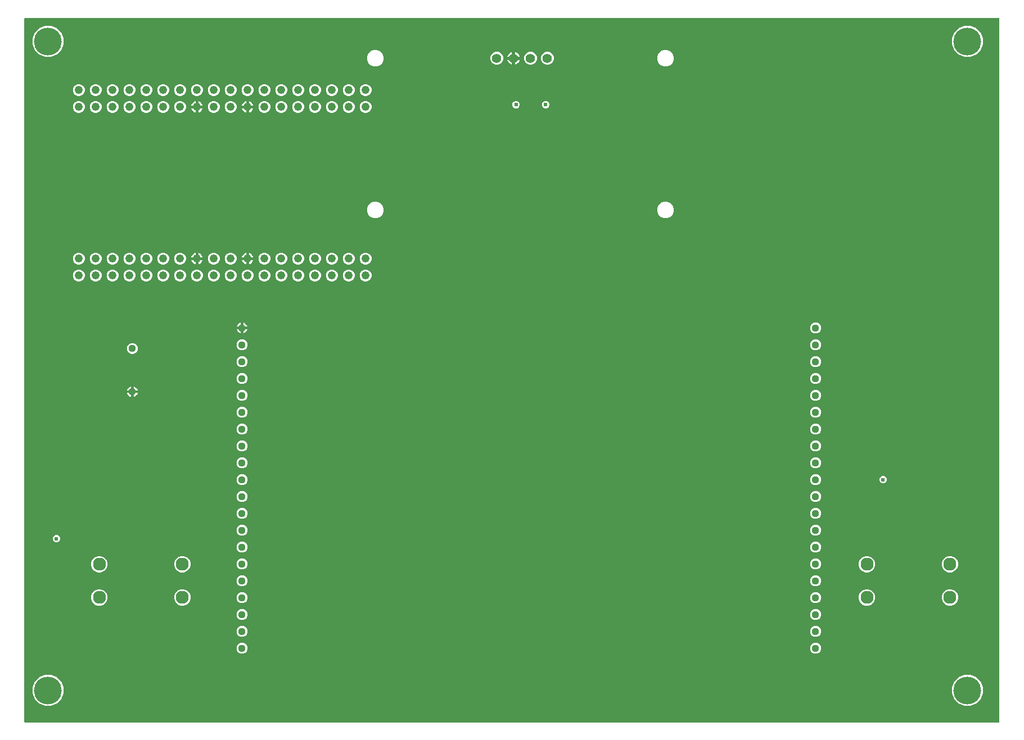
<source format=gbr>
G04 EAGLE Gerber RS-274X export*
G75*
%MOMM*%
%FSLAX34Y34*%
%LPD*%
%INCopper Layer 2*%
%IPPOS*%
%AMOC8*
5,1,8,0,0,1.08239X$1,22.5*%
G01*
%ADD10C,1.422400*%
%ADD11C,1.120000*%
%ADD12C,4.191000*%
%ADD13C,1.244600*%
%ADD14C,1.960000*%
%ADD15C,0.609600*%

G36*
X1469508Y2556D02*
X1469508Y2556D01*
X1469627Y2563D01*
X1469665Y2576D01*
X1469706Y2581D01*
X1469816Y2624D01*
X1469929Y2661D01*
X1469964Y2683D01*
X1470001Y2698D01*
X1470097Y2767D01*
X1470198Y2831D01*
X1470226Y2861D01*
X1470259Y2884D01*
X1470335Y2976D01*
X1470416Y3063D01*
X1470436Y3098D01*
X1470461Y3129D01*
X1470512Y3237D01*
X1470570Y3341D01*
X1470580Y3381D01*
X1470597Y3417D01*
X1470619Y3534D01*
X1470649Y3649D01*
X1470653Y3709D01*
X1470657Y3729D01*
X1470655Y3750D01*
X1470659Y3810D01*
X1470659Y1062990D01*
X1470644Y1063108D01*
X1470637Y1063227D01*
X1470624Y1063265D01*
X1470619Y1063306D01*
X1470576Y1063416D01*
X1470539Y1063529D01*
X1470517Y1063564D01*
X1470502Y1063601D01*
X1470433Y1063697D01*
X1470369Y1063798D01*
X1470339Y1063826D01*
X1470316Y1063859D01*
X1470224Y1063935D01*
X1470137Y1064016D01*
X1470102Y1064036D01*
X1470071Y1064061D01*
X1469963Y1064112D01*
X1469859Y1064170D01*
X1469819Y1064180D01*
X1469783Y1064197D01*
X1469666Y1064219D01*
X1469551Y1064249D01*
X1469491Y1064253D01*
X1469471Y1064257D01*
X1469450Y1064255D01*
X1469390Y1064259D01*
X3810Y1064259D01*
X3692Y1064244D01*
X3573Y1064237D01*
X3535Y1064224D01*
X3494Y1064219D01*
X3384Y1064176D01*
X3271Y1064139D01*
X3236Y1064117D01*
X3199Y1064102D01*
X3103Y1064033D01*
X3002Y1063969D01*
X2974Y1063939D01*
X2941Y1063916D01*
X2865Y1063824D01*
X2784Y1063737D01*
X2764Y1063702D01*
X2739Y1063671D01*
X2688Y1063563D01*
X2630Y1063459D01*
X2620Y1063419D01*
X2603Y1063383D01*
X2581Y1063266D01*
X2551Y1063151D01*
X2547Y1063091D01*
X2543Y1063071D01*
X2545Y1063050D01*
X2541Y1062990D01*
X2541Y3810D01*
X2556Y3692D01*
X2563Y3573D01*
X2576Y3535D01*
X2581Y3494D01*
X2624Y3384D01*
X2661Y3271D01*
X2683Y3236D01*
X2698Y3199D01*
X2767Y3103D01*
X2831Y3002D01*
X2861Y2974D01*
X2884Y2941D01*
X2976Y2865D01*
X3063Y2784D01*
X3098Y2764D01*
X3129Y2739D01*
X3237Y2688D01*
X3341Y2630D01*
X3381Y2620D01*
X3417Y2603D01*
X3534Y2581D01*
X3649Y2551D01*
X3709Y2547D01*
X3729Y2543D01*
X3750Y2545D01*
X3810Y2541D01*
X1469390Y2541D01*
X1469508Y2556D01*
G37*
%LPC*%
G36*
X1417726Y1005204D02*
X1417726Y1005204D01*
X1409091Y1008781D01*
X1402481Y1015391D01*
X1398904Y1024026D01*
X1398904Y1033374D01*
X1402481Y1042009D01*
X1409091Y1048619D01*
X1417726Y1052196D01*
X1427074Y1052196D01*
X1435709Y1048619D01*
X1442319Y1042009D01*
X1445896Y1033374D01*
X1445896Y1024026D01*
X1442319Y1015391D01*
X1435709Y1008781D01*
X1427074Y1005204D01*
X1417726Y1005204D01*
G37*
%LPD*%
%LPC*%
G36*
X33426Y1005204D02*
X33426Y1005204D01*
X24791Y1008781D01*
X18181Y1015391D01*
X14604Y1024026D01*
X14604Y1033374D01*
X18181Y1042009D01*
X24791Y1048619D01*
X33426Y1052196D01*
X42774Y1052196D01*
X51409Y1048619D01*
X58019Y1042009D01*
X61596Y1033374D01*
X61596Y1024026D01*
X58019Y1015391D01*
X51409Y1008781D01*
X42774Y1005204D01*
X33426Y1005204D01*
G37*
%LPD*%
%LPC*%
G36*
X33426Y27304D02*
X33426Y27304D01*
X24791Y30881D01*
X18181Y37491D01*
X14604Y46126D01*
X14604Y55474D01*
X18181Y64109D01*
X24791Y70719D01*
X33426Y74296D01*
X42774Y74296D01*
X51409Y70719D01*
X58019Y64109D01*
X61596Y55474D01*
X61596Y46126D01*
X58019Y37491D01*
X51409Y30881D01*
X42774Y27304D01*
X33426Y27304D01*
G37*
%LPD*%
%LPC*%
G36*
X1417726Y27304D02*
X1417726Y27304D01*
X1409091Y30881D01*
X1402481Y37491D01*
X1398904Y46126D01*
X1398904Y55474D01*
X1402481Y64109D01*
X1409091Y70719D01*
X1417726Y74296D01*
X1427074Y74296D01*
X1435709Y70719D01*
X1442319Y64109D01*
X1445896Y55474D01*
X1445896Y46126D01*
X1442319Y37491D01*
X1435709Y30881D01*
X1427074Y27304D01*
X1417726Y27304D01*
G37*
%LPD*%
%LPC*%
G36*
X965245Y990759D02*
X965245Y990759D01*
X960636Y992668D01*
X957108Y996196D01*
X955199Y1000805D01*
X955199Y1005795D01*
X957108Y1010404D01*
X960636Y1013932D01*
X965245Y1015841D01*
X970235Y1015841D01*
X974844Y1013932D01*
X978372Y1010404D01*
X980281Y1005795D01*
X980281Y1000805D01*
X978372Y996196D01*
X974844Y992668D01*
X970235Y990759D01*
X965245Y990759D01*
G37*
%LPD*%
%LPC*%
G36*
X528365Y990759D02*
X528365Y990759D01*
X523756Y992668D01*
X520228Y996196D01*
X518319Y1000805D01*
X518319Y1005795D01*
X520228Y1010404D01*
X523756Y1013932D01*
X528365Y1015841D01*
X533355Y1015841D01*
X537964Y1013932D01*
X541492Y1010404D01*
X543401Y1005795D01*
X543401Y1000805D01*
X541492Y996196D01*
X537964Y992668D01*
X533355Y990759D01*
X528365Y990759D01*
G37*
%LPD*%
%LPC*%
G36*
X965245Y762159D02*
X965245Y762159D01*
X960636Y764068D01*
X957108Y767596D01*
X955199Y772205D01*
X955199Y777195D01*
X957108Y781804D01*
X960636Y785332D01*
X965245Y787241D01*
X970235Y787241D01*
X974844Y785332D01*
X978372Y781804D01*
X980281Y777195D01*
X980281Y772205D01*
X978372Y767596D01*
X974844Y764068D01*
X970235Y762159D01*
X965245Y762159D01*
G37*
%LPD*%
%LPC*%
G36*
X528365Y762159D02*
X528365Y762159D01*
X523756Y764068D01*
X520228Y767596D01*
X518319Y772205D01*
X518319Y777195D01*
X520228Y781804D01*
X523756Y785332D01*
X528365Y787241D01*
X533355Y787241D01*
X537964Y785332D01*
X541492Y781804D01*
X543401Y777195D01*
X543401Y772205D01*
X541492Y767596D01*
X537964Y764068D01*
X533355Y762159D01*
X528365Y762159D01*
G37*
%LPD*%
%LPC*%
G36*
X237845Y228559D02*
X237845Y228559D01*
X233310Y230438D01*
X229838Y233910D01*
X227959Y238445D01*
X227959Y243355D01*
X229838Y247890D01*
X233310Y251362D01*
X237845Y253241D01*
X242755Y253241D01*
X247290Y251362D01*
X250762Y247890D01*
X252641Y243355D01*
X252641Y238445D01*
X250762Y233910D01*
X247290Y230438D01*
X242755Y228559D01*
X237845Y228559D01*
G37*
%LPD*%
%LPC*%
G36*
X112845Y178559D02*
X112845Y178559D01*
X108310Y180438D01*
X104838Y183910D01*
X102959Y188445D01*
X102959Y193355D01*
X104838Y197890D01*
X108310Y201362D01*
X112845Y203241D01*
X117755Y203241D01*
X122290Y201362D01*
X125762Y197890D01*
X127641Y193355D01*
X127641Y188445D01*
X125762Y183910D01*
X122290Y180438D01*
X117755Y178559D01*
X112845Y178559D01*
G37*
%LPD*%
%LPC*%
G36*
X237845Y178559D02*
X237845Y178559D01*
X233310Y180438D01*
X229838Y183910D01*
X227959Y188445D01*
X227959Y193355D01*
X229838Y197890D01*
X233310Y201362D01*
X237845Y203241D01*
X242755Y203241D01*
X247290Y201362D01*
X250762Y197890D01*
X252641Y193355D01*
X252641Y188445D01*
X250762Y183910D01*
X247290Y180438D01*
X242755Y178559D01*
X237845Y178559D01*
G37*
%LPD*%
%LPC*%
G36*
X1268545Y178559D02*
X1268545Y178559D01*
X1264010Y180438D01*
X1260538Y183910D01*
X1258659Y188445D01*
X1258659Y193355D01*
X1260538Y197890D01*
X1264010Y201362D01*
X1268545Y203241D01*
X1273455Y203241D01*
X1277990Y201362D01*
X1281462Y197890D01*
X1283341Y193355D01*
X1283341Y188445D01*
X1281462Y183910D01*
X1277990Y180438D01*
X1273455Y178559D01*
X1268545Y178559D01*
G37*
%LPD*%
%LPC*%
G36*
X1393545Y178559D02*
X1393545Y178559D01*
X1389010Y180438D01*
X1385538Y183910D01*
X1383659Y188445D01*
X1383659Y193355D01*
X1385538Y197890D01*
X1389010Y201362D01*
X1393545Y203241D01*
X1398455Y203241D01*
X1402990Y201362D01*
X1406462Y197890D01*
X1408341Y193355D01*
X1408341Y188445D01*
X1406462Y183910D01*
X1402990Y180438D01*
X1398455Y178559D01*
X1393545Y178559D01*
G37*
%LPD*%
%LPC*%
G36*
X112845Y228559D02*
X112845Y228559D01*
X108310Y230438D01*
X104838Y233910D01*
X102959Y238445D01*
X102959Y243355D01*
X104838Y247890D01*
X108310Y251362D01*
X112845Y253241D01*
X117755Y253241D01*
X122290Y251362D01*
X125762Y247890D01*
X127641Y243355D01*
X127641Y238445D01*
X125762Y233910D01*
X122290Y230438D01*
X117755Y228559D01*
X112845Y228559D01*
G37*
%LPD*%
%LPC*%
G36*
X1393545Y228559D02*
X1393545Y228559D01*
X1389010Y230438D01*
X1385538Y233910D01*
X1383659Y238445D01*
X1383659Y243355D01*
X1385538Y247890D01*
X1389010Y251362D01*
X1393545Y253241D01*
X1398455Y253241D01*
X1402990Y251362D01*
X1406462Y247890D01*
X1408341Y243355D01*
X1408341Y238445D01*
X1406462Y233910D01*
X1402990Y230438D01*
X1398455Y228559D01*
X1393545Y228559D01*
G37*
%LPD*%
%LPC*%
G36*
X1268545Y228559D02*
X1268545Y228559D01*
X1264010Y230438D01*
X1260538Y233910D01*
X1258659Y238445D01*
X1258659Y243355D01*
X1260538Y247890D01*
X1264010Y251362D01*
X1268545Y253241D01*
X1273455Y253241D01*
X1277990Y251362D01*
X1281462Y247890D01*
X1283341Y243355D01*
X1283341Y238445D01*
X1281462Y233910D01*
X1277990Y230438D01*
X1273455Y228559D01*
X1268545Y228559D01*
G37*
%LPD*%
%LPC*%
G36*
X788020Y993647D02*
X788020Y993647D01*
X784472Y995117D01*
X781757Y997832D01*
X780287Y1001380D01*
X780287Y1005220D01*
X781757Y1008768D01*
X784472Y1011483D01*
X788020Y1012953D01*
X791860Y1012953D01*
X795408Y1011483D01*
X798123Y1008768D01*
X799593Y1005220D01*
X799593Y1001380D01*
X798123Y997832D01*
X795408Y995117D01*
X791860Y993647D01*
X788020Y993647D01*
G37*
%LPD*%
%LPC*%
G36*
X762620Y993647D02*
X762620Y993647D01*
X759072Y995117D01*
X756357Y997832D01*
X754887Y1001380D01*
X754887Y1005220D01*
X756357Y1008768D01*
X759072Y1011483D01*
X762620Y1012953D01*
X766460Y1012953D01*
X770008Y1011483D01*
X772723Y1008768D01*
X774193Y1005220D01*
X774193Y1001380D01*
X772723Y997832D01*
X770008Y995117D01*
X766460Y993647D01*
X762620Y993647D01*
G37*
%LPD*%
%LPC*%
G36*
X711820Y993647D02*
X711820Y993647D01*
X708272Y995117D01*
X705557Y997832D01*
X704087Y1001380D01*
X704087Y1005220D01*
X705557Y1008768D01*
X708272Y1011483D01*
X711820Y1012953D01*
X715660Y1012953D01*
X719208Y1011483D01*
X721923Y1008768D01*
X723393Y1005220D01*
X723393Y1001380D01*
X721923Y997832D01*
X719208Y995117D01*
X715660Y993647D01*
X711820Y993647D01*
G37*
%LPD*%
%LPC*%
G36*
X387557Y667136D02*
X387557Y667136D01*
X384336Y668470D01*
X381870Y670936D01*
X380536Y674157D01*
X380536Y677643D01*
X381870Y680864D01*
X384336Y683330D01*
X387557Y684664D01*
X391043Y684664D01*
X394264Y683330D01*
X396730Y680864D01*
X398064Y677643D01*
X398064Y674157D01*
X396730Y670936D01*
X394264Y668470D01*
X391043Y667136D01*
X387557Y667136D01*
G37*
%LPD*%
%LPC*%
G36*
X362157Y667136D02*
X362157Y667136D01*
X358936Y668470D01*
X356470Y670936D01*
X355136Y674157D01*
X355136Y677643D01*
X356470Y680864D01*
X358936Y683330D01*
X362157Y684664D01*
X365643Y684664D01*
X368864Y683330D01*
X371330Y680864D01*
X372664Y677643D01*
X372664Y674157D01*
X371330Y670936D01*
X368864Y668470D01*
X365643Y667136D01*
X362157Y667136D01*
G37*
%LPD*%
%LPC*%
G36*
X108157Y667136D02*
X108157Y667136D01*
X104936Y668470D01*
X102470Y670936D01*
X101136Y674157D01*
X101136Y677643D01*
X102470Y680864D01*
X104936Y683330D01*
X108157Y684664D01*
X111643Y684664D01*
X114864Y683330D01*
X117330Y680864D01*
X118664Y677643D01*
X118664Y674157D01*
X117330Y670936D01*
X114864Y668470D01*
X111643Y667136D01*
X108157Y667136D01*
G37*
%LPD*%
%LPC*%
G36*
X82757Y667136D02*
X82757Y667136D01*
X79536Y668470D01*
X77070Y670936D01*
X75736Y674157D01*
X75736Y677643D01*
X77070Y680864D01*
X79536Y683330D01*
X82757Y684664D01*
X86243Y684664D01*
X89464Y683330D01*
X91930Y680864D01*
X93264Y677643D01*
X93264Y674157D01*
X91930Y670936D01*
X89464Y668470D01*
X86243Y667136D01*
X82757Y667136D01*
G37*
%LPD*%
%LPC*%
G36*
X285957Y667136D02*
X285957Y667136D01*
X282736Y668470D01*
X280270Y670936D01*
X278936Y674157D01*
X278936Y677643D01*
X280270Y680864D01*
X282736Y683330D01*
X285957Y684664D01*
X289443Y684664D01*
X292664Y683330D01*
X295130Y680864D01*
X296464Y677643D01*
X296464Y674157D01*
X295130Y670936D01*
X292664Y668470D01*
X289443Y667136D01*
X285957Y667136D01*
G37*
%LPD*%
%LPC*%
G36*
X108157Y946536D02*
X108157Y946536D01*
X104936Y947870D01*
X102470Y950336D01*
X101136Y953557D01*
X101136Y957043D01*
X102470Y960264D01*
X104936Y962730D01*
X108157Y964064D01*
X111643Y964064D01*
X114864Y962730D01*
X117330Y960264D01*
X118664Y957043D01*
X118664Y953557D01*
X117330Y950336D01*
X114864Y947870D01*
X111643Y946536D01*
X108157Y946536D01*
G37*
%LPD*%
%LPC*%
G36*
X82757Y946536D02*
X82757Y946536D01*
X79536Y947870D01*
X77070Y950336D01*
X75736Y953557D01*
X75736Y957043D01*
X77070Y960264D01*
X79536Y962730D01*
X82757Y964064D01*
X86243Y964064D01*
X89464Y962730D01*
X91930Y960264D01*
X93264Y957043D01*
X93264Y953557D01*
X91930Y950336D01*
X89464Y947870D01*
X86243Y946536D01*
X82757Y946536D01*
G37*
%LPD*%
%LPC*%
G36*
X514557Y946536D02*
X514557Y946536D01*
X511336Y947870D01*
X508870Y950336D01*
X507536Y953557D01*
X507536Y957043D01*
X508870Y960264D01*
X511336Y962730D01*
X514557Y964064D01*
X518043Y964064D01*
X521264Y962730D01*
X523730Y960264D01*
X525064Y957043D01*
X525064Y953557D01*
X523730Y950336D01*
X521264Y947870D01*
X518043Y946536D01*
X514557Y946536D01*
G37*
%LPD*%
%LPC*%
G36*
X489157Y946536D02*
X489157Y946536D01*
X485936Y947870D01*
X483470Y950336D01*
X482136Y953557D01*
X482136Y957043D01*
X483470Y960264D01*
X485936Y962730D01*
X489157Y964064D01*
X492643Y964064D01*
X495864Y962730D01*
X498330Y960264D01*
X499664Y957043D01*
X499664Y953557D01*
X498330Y950336D01*
X495864Y947870D01*
X492643Y946536D01*
X489157Y946536D01*
G37*
%LPD*%
%LPC*%
G36*
X463757Y946536D02*
X463757Y946536D01*
X460536Y947870D01*
X458070Y950336D01*
X456736Y953557D01*
X456736Y957043D01*
X458070Y960264D01*
X460536Y962730D01*
X463757Y964064D01*
X467243Y964064D01*
X470464Y962730D01*
X472930Y960264D01*
X474264Y957043D01*
X474264Y953557D01*
X472930Y950336D01*
X470464Y947870D01*
X467243Y946536D01*
X463757Y946536D01*
G37*
%LPD*%
%LPC*%
G36*
X438357Y946536D02*
X438357Y946536D01*
X435136Y947870D01*
X432670Y950336D01*
X431336Y953557D01*
X431336Y957043D01*
X432670Y960264D01*
X435136Y962730D01*
X438357Y964064D01*
X441843Y964064D01*
X445064Y962730D01*
X447530Y960264D01*
X448864Y957043D01*
X448864Y953557D01*
X447530Y950336D01*
X445064Y947870D01*
X441843Y946536D01*
X438357Y946536D01*
G37*
%LPD*%
%LPC*%
G36*
X412957Y946536D02*
X412957Y946536D01*
X409736Y947870D01*
X407270Y950336D01*
X405936Y953557D01*
X405936Y957043D01*
X407270Y960264D01*
X409736Y962730D01*
X412957Y964064D01*
X416443Y964064D01*
X419664Y962730D01*
X422130Y960264D01*
X423464Y957043D01*
X423464Y953557D01*
X422130Y950336D01*
X419664Y947870D01*
X416443Y946536D01*
X412957Y946536D01*
G37*
%LPD*%
%LPC*%
G36*
X362157Y946536D02*
X362157Y946536D01*
X358936Y947870D01*
X356470Y950336D01*
X355136Y953557D01*
X355136Y957043D01*
X356470Y960264D01*
X358936Y962730D01*
X362157Y964064D01*
X365643Y964064D01*
X368864Y962730D01*
X371330Y960264D01*
X372664Y957043D01*
X372664Y953557D01*
X371330Y950336D01*
X368864Y947870D01*
X365643Y946536D01*
X362157Y946536D01*
G37*
%LPD*%
%LPC*%
G36*
X336757Y946536D02*
X336757Y946536D01*
X333536Y947870D01*
X331070Y950336D01*
X329736Y953557D01*
X329736Y957043D01*
X331070Y960264D01*
X333536Y962730D01*
X336757Y964064D01*
X340243Y964064D01*
X343464Y962730D01*
X345930Y960264D01*
X347264Y957043D01*
X347264Y953557D01*
X345930Y950336D01*
X343464Y947870D01*
X340243Y946536D01*
X336757Y946536D01*
G37*
%LPD*%
%LPC*%
G36*
X311357Y946536D02*
X311357Y946536D01*
X308136Y947870D01*
X305670Y950336D01*
X304336Y953557D01*
X304336Y957043D01*
X305670Y960264D01*
X308136Y962730D01*
X311357Y964064D01*
X314843Y964064D01*
X318064Y962730D01*
X320530Y960264D01*
X321864Y957043D01*
X321864Y953557D01*
X320530Y950336D01*
X318064Y947870D01*
X314843Y946536D01*
X311357Y946536D01*
G37*
%LPD*%
%LPC*%
G36*
X285957Y946536D02*
X285957Y946536D01*
X282736Y947870D01*
X280270Y950336D01*
X278936Y953557D01*
X278936Y957043D01*
X280270Y960264D01*
X282736Y962730D01*
X285957Y964064D01*
X289443Y964064D01*
X292664Y962730D01*
X295130Y960264D01*
X296464Y957043D01*
X296464Y953557D01*
X295130Y950336D01*
X292664Y947870D01*
X289443Y946536D01*
X285957Y946536D01*
G37*
%LPD*%
%LPC*%
G36*
X260557Y946536D02*
X260557Y946536D01*
X257336Y947870D01*
X254870Y950336D01*
X253536Y953557D01*
X253536Y957043D01*
X254870Y960264D01*
X257336Y962730D01*
X260557Y964064D01*
X264043Y964064D01*
X267264Y962730D01*
X269730Y960264D01*
X271064Y957043D01*
X271064Y953557D01*
X269730Y950336D01*
X267264Y947870D01*
X264043Y946536D01*
X260557Y946536D01*
G37*
%LPD*%
%LPC*%
G36*
X235157Y946536D02*
X235157Y946536D01*
X231936Y947870D01*
X229470Y950336D01*
X228136Y953557D01*
X228136Y957043D01*
X229470Y960264D01*
X231936Y962730D01*
X235157Y964064D01*
X238643Y964064D01*
X241864Y962730D01*
X244330Y960264D01*
X245664Y957043D01*
X245664Y953557D01*
X244330Y950336D01*
X241864Y947870D01*
X238643Y946536D01*
X235157Y946536D01*
G37*
%LPD*%
%LPC*%
G36*
X209757Y946536D02*
X209757Y946536D01*
X206536Y947870D01*
X204070Y950336D01*
X202736Y953557D01*
X202736Y957043D01*
X204070Y960264D01*
X206536Y962730D01*
X209757Y964064D01*
X213243Y964064D01*
X216464Y962730D01*
X218930Y960264D01*
X220264Y957043D01*
X220264Y953557D01*
X218930Y950336D01*
X216464Y947870D01*
X213243Y946536D01*
X209757Y946536D01*
G37*
%LPD*%
%LPC*%
G36*
X184357Y946536D02*
X184357Y946536D01*
X181136Y947870D01*
X178670Y950336D01*
X177336Y953557D01*
X177336Y957043D01*
X178670Y960264D01*
X181136Y962730D01*
X184357Y964064D01*
X187843Y964064D01*
X191064Y962730D01*
X193530Y960264D01*
X194864Y957043D01*
X194864Y953557D01*
X193530Y950336D01*
X191064Y947870D01*
X187843Y946536D01*
X184357Y946536D01*
G37*
%LPD*%
%LPC*%
G36*
X158957Y946536D02*
X158957Y946536D01*
X155736Y947870D01*
X153270Y950336D01*
X151936Y953557D01*
X151936Y957043D01*
X153270Y960264D01*
X155736Y962730D01*
X158957Y964064D01*
X162443Y964064D01*
X165664Y962730D01*
X168130Y960264D01*
X169464Y957043D01*
X169464Y953557D01*
X168130Y950336D01*
X165664Y947870D01*
X162443Y946536D01*
X158957Y946536D01*
G37*
%LPD*%
%LPC*%
G36*
X133557Y946536D02*
X133557Y946536D01*
X130336Y947870D01*
X127870Y950336D01*
X126536Y953557D01*
X126536Y957043D01*
X127870Y960264D01*
X130336Y962730D01*
X133557Y964064D01*
X137043Y964064D01*
X140264Y962730D01*
X142730Y960264D01*
X144064Y957043D01*
X144064Y953557D01*
X142730Y950336D01*
X140264Y947870D01*
X137043Y946536D01*
X133557Y946536D01*
G37*
%LPD*%
%LPC*%
G36*
X260557Y667136D02*
X260557Y667136D01*
X257336Y668470D01*
X254870Y670936D01*
X253536Y674157D01*
X253536Y677643D01*
X254870Y680864D01*
X257336Y683330D01*
X260557Y684664D01*
X264043Y684664D01*
X267264Y683330D01*
X269730Y680864D01*
X271064Y677643D01*
X271064Y674157D01*
X269730Y670936D01*
X267264Y668470D01*
X264043Y667136D01*
X260557Y667136D01*
G37*
%LPD*%
%LPC*%
G36*
X235157Y667136D02*
X235157Y667136D01*
X231936Y668470D01*
X229470Y670936D01*
X228136Y674157D01*
X228136Y677643D01*
X229470Y680864D01*
X231936Y683330D01*
X235157Y684664D01*
X238643Y684664D01*
X241864Y683330D01*
X244330Y680864D01*
X245664Y677643D01*
X245664Y674157D01*
X244330Y670936D01*
X241864Y668470D01*
X238643Y667136D01*
X235157Y667136D01*
G37*
%LPD*%
%LPC*%
G36*
X108157Y921136D02*
X108157Y921136D01*
X104936Y922470D01*
X102470Y924936D01*
X101136Y928157D01*
X101136Y931643D01*
X102470Y934864D01*
X104936Y937330D01*
X108157Y938664D01*
X111643Y938664D01*
X114864Y937330D01*
X117330Y934864D01*
X118664Y931643D01*
X118664Y928157D01*
X117330Y924936D01*
X114864Y922470D01*
X111643Y921136D01*
X108157Y921136D01*
G37*
%LPD*%
%LPC*%
G36*
X82757Y921136D02*
X82757Y921136D01*
X79536Y922470D01*
X77070Y924936D01*
X75736Y928157D01*
X75736Y931643D01*
X77070Y934864D01*
X79536Y937330D01*
X82757Y938664D01*
X86243Y938664D01*
X89464Y937330D01*
X91930Y934864D01*
X93264Y931643D01*
X93264Y928157D01*
X91930Y924936D01*
X89464Y922470D01*
X86243Y921136D01*
X82757Y921136D01*
G37*
%LPD*%
%LPC*%
G36*
X514557Y921136D02*
X514557Y921136D01*
X511336Y922470D01*
X508870Y924936D01*
X507536Y928157D01*
X507536Y931643D01*
X508870Y934864D01*
X511336Y937330D01*
X514557Y938664D01*
X518043Y938664D01*
X521264Y937330D01*
X523730Y934864D01*
X525064Y931643D01*
X525064Y928157D01*
X523730Y924936D01*
X521264Y922470D01*
X518043Y921136D01*
X514557Y921136D01*
G37*
%LPD*%
%LPC*%
G36*
X489157Y921136D02*
X489157Y921136D01*
X485936Y922470D01*
X483470Y924936D01*
X482136Y928157D01*
X482136Y931643D01*
X483470Y934864D01*
X485936Y937330D01*
X489157Y938664D01*
X492643Y938664D01*
X495864Y937330D01*
X498330Y934864D01*
X499664Y931643D01*
X499664Y928157D01*
X498330Y924936D01*
X495864Y922470D01*
X492643Y921136D01*
X489157Y921136D01*
G37*
%LPD*%
%LPC*%
G36*
X463757Y921136D02*
X463757Y921136D01*
X460536Y922470D01*
X458070Y924936D01*
X456736Y928157D01*
X456736Y931643D01*
X458070Y934864D01*
X460536Y937330D01*
X463757Y938664D01*
X467243Y938664D01*
X470464Y937330D01*
X472930Y934864D01*
X474264Y931643D01*
X474264Y928157D01*
X472930Y924936D01*
X470464Y922470D01*
X467243Y921136D01*
X463757Y921136D01*
G37*
%LPD*%
%LPC*%
G36*
X438357Y921136D02*
X438357Y921136D01*
X435136Y922470D01*
X432670Y924936D01*
X431336Y928157D01*
X431336Y931643D01*
X432670Y934864D01*
X435136Y937330D01*
X438357Y938664D01*
X441843Y938664D01*
X445064Y937330D01*
X447530Y934864D01*
X448864Y931643D01*
X448864Y928157D01*
X447530Y924936D01*
X445064Y922470D01*
X441843Y921136D01*
X438357Y921136D01*
G37*
%LPD*%
%LPC*%
G36*
X412957Y921136D02*
X412957Y921136D01*
X409736Y922470D01*
X407270Y924936D01*
X405936Y928157D01*
X405936Y931643D01*
X407270Y934864D01*
X409736Y937330D01*
X412957Y938664D01*
X416443Y938664D01*
X419664Y937330D01*
X422130Y934864D01*
X423464Y931643D01*
X423464Y928157D01*
X422130Y924936D01*
X419664Y922470D01*
X416443Y921136D01*
X412957Y921136D01*
G37*
%LPD*%
%LPC*%
G36*
X387557Y921136D02*
X387557Y921136D01*
X384336Y922470D01*
X381870Y924936D01*
X380536Y928157D01*
X380536Y931643D01*
X381870Y934864D01*
X384336Y937330D01*
X387557Y938664D01*
X391043Y938664D01*
X394264Y937330D01*
X396730Y934864D01*
X398064Y931643D01*
X398064Y928157D01*
X396730Y924936D01*
X394264Y922470D01*
X391043Y921136D01*
X387557Y921136D01*
G37*
%LPD*%
%LPC*%
G36*
X362157Y921136D02*
X362157Y921136D01*
X358936Y922470D01*
X356470Y924936D01*
X355136Y928157D01*
X355136Y931643D01*
X356470Y934864D01*
X358936Y937330D01*
X362157Y938664D01*
X365643Y938664D01*
X368864Y937330D01*
X371330Y934864D01*
X372664Y931643D01*
X372664Y928157D01*
X371330Y924936D01*
X368864Y922470D01*
X365643Y921136D01*
X362157Y921136D01*
G37*
%LPD*%
%LPC*%
G36*
X311357Y921136D02*
X311357Y921136D01*
X308136Y922470D01*
X305670Y924936D01*
X304336Y928157D01*
X304336Y931643D01*
X305670Y934864D01*
X308136Y937330D01*
X311357Y938664D01*
X314843Y938664D01*
X318064Y937330D01*
X320530Y934864D01*
X321864Y931643D01*
X321864Y928157D01*
X320530Y924936D01*
X318064Y922470D01*
X314843Y921136D01*
X311357Y921136D01*
G37*
%LPD*%
%LPC*%
G36*
X285957Y921136D02*
X285957Y921136D01*
X282736Y922470D01*
X280270Y924936D01*
X278936Y928157D01*
X278936Y931643D01*
X280270Y934864D01*
X282736Y937330D01*
X285957Y938664D01*
X289443Y938664D01*
X292664Y937330D01*
X295130Y934864D01*
X296464Y931643D01*
X296464Y928157D01*
X295130Y924936D01*
X292664Y922470D01*
X289443Y921136D01*
X285957Y921136D01*
G37*
%LPD*%
%LPC*%
G36*
X235157Y921136D02*
X235157Y921136D01*
X231936Y922470D01*
X229470Y924936D01*
X228136Y928157D01*
X228136Y931643D01*
X229470Y934864D01*
X231936Y937330D01*
X235157Y938664D01*
X238643Y938664D01*
X241864Y937330D01*
X244330Y934864D01*
X245664Y931643D01*
X245664Y928157D01*
X244330Y924936D01*
X241864Y922470D01*
X238643Y921136D01*
X235157Y921136D01*
G37*
%LPD*%
%LPC*%
G36*
X209757Y921136D02*
X209757Y921136D01*
X206536Y922470D01*
X204070Y924936D01*
X202736Y928157D01*
X202736Y931643D01*
X204070Y934864D01*
X206536Y937330D01*
X209757Y938664D01*
X213243Y938664D01*
X216464Y937330D01*
X218930Y934864D01*
X220264Y931643D01*
X220264Y928157D01*
X218930Y924936D01*
X216464Y922470D01*
X213243Y921136D01*
X209757Y921136D01*
G37*
%LPD*%
%LPC*%
G36*
X184357Y921136D02*
X184357Y921136D01*
X181136Y922470D01*
X178670Y924936D01*
X177336Y928157D01*
X177336Y931643D01*
X178670Y934864D01*
X181136Y937330D01*
X184357Y938664D01*
X187843Y938664D01*
X191064Y937330D01*
X193530Y934864D01*
X194864Y931643D01*
X194864Y928157D01*
X193530Y924936D01*
X191064Y922470D01*
X187843Y921136D01*
X184357Y921136D01*
G37*
%LPD*%
%LPC*%
G36*
X158957Y921136D02*
X158957Y921136D01*
X155736Y922470D01*
X153270Y924936D01*
X151936Y928157D01*
X151936Y931643D01*
X153270Y934864D01*
X155736Y937330D01*
X158957Y938664D01*
X162443Y938664D01*
X165664Y937330D01*
X168130Y934864D01*
X169464Y931643D01*
X169464Y928157D01*
X168130Y924936D01*
X165664Y922470D01*
X162443Y921136D01*
X158957Y921136D01*
G37*
%LPD*%
%LPC*%
G36*
X133557Y921136D02*
X133557Y921136D01*
X130336Y922470D01*
X127870Y924936D01*
X126536Y928157D01*
X126536Y931643D01*
X127870Y934864D01*
X130336Y937330D01*
X133557Y938664D01*
X137043Y938664D01*
X140264Y937330D01*
X142730Y934864D01*
X144064Y931643D01*
X144064Y928157D01*
X142730Y924936D01*
X140264Y922470D01*
X137043Y921136D01*
X133557Y921136D01*
G37*
%LPD*%
%LPC*%
G36*
X209757Y667136D02*
X209757Y667136D01*
X206536Y668470D01*
X204070Y670936D01*
X202736Y674157D01*
X202736Y677643D01*
X204070Y680864D01*
X206536Y683330D01*
X209757Y684664D01*
X213243Y684664D01*
X216464Y683330D01*
X218930Y680864D01*
X220264Y677643D01*
X220264Y674157D01*
X218930Y670936D01*
X216464Y668470D01*
X213243Y667136D01*
X209757Y667136D01*
G37*
%LPD*%
%LPC*%
G36*
X184357Y667136D02*
X184357Y667136D01*
X181136Y668470D01*
X178670Y670936D01*
X177336Y674157D01*
X177336Y677643D01*
X178670Y680864D01*
X181136Y683330D01*
X184357Y684664D01*
X187843Y684664D01*
X191064Y683330D01*
X193530Y680864D01*
X194864Y677643D01*
X194864Y674157D01*
X193530Y670936D01*
X191064Y668470D01*
X187843Y667136D01*
X184357Y667136D01*
G37*
%LPD*%
%LPC*%
G36*
X158957Y667136D02*
X158957Y667136D01*
X155736Y668470D01*
X153270Y670936D01*
X151936Y674157D01*
X151936Y677643D01*
X153270Y680864D01*
X155736Y683330D01*
X158957Y684664D01*
X162443Y684664D01*
X165664Y683330D01*
X168130Y680864D01*
X169464Y677643D01*
X169464Y674157D01*
X168130Y670936D01*
X165664Y668470D01*
X162443Y667136D01*
X158957Y667136D01*
G37*
%LPD*%
%LPC*%
G36*
X133557Y667136D02*
X133557Y667136D01*
X130336Y668470D01*
X127870Y670936D01*
X126536Y674157D01*
X126536Y677643D01*
X127870Y680864D01*
X130336Y683330D01*
X133557Y684664D01*
X137043Y684664D01*
X140264Y683330D01*
X142730Y680864D01*
X144064Y677643D01*
X144064Y674157D01*
X142730Y670936D01*
X140264Y668470D01*
X137043Y667136D01*
X133557Y667136D01*
G37*
%LPD*%
%LPC*%
G36*
X514557Y692536D02*
X514557Y692536D01*
X511336Y693870D01*
X508870Y696336D01*
X507536Y699557D01*
X507536Y703043D01*
X508870Y706264D01*
X511336Y708730D01*
X514557Y710064D01*
X518043Y710064D01*
X521264Y708730D01*
X523730Y706264D01*
X525064Y703043D01*
X525064Y699557D01*
X523730Y696336D01*
X521264Y693870D01*
X518043Y692536D01*
X514557Y692536D01*
G37*
%LPD*%
%LPC*%
G36*
X489157Y692536D02*
X489157Y692536D01*
X485936Y693870D01*
X483470Y696336D01*
X482136Y699557D01*
X482136Y703043D01*
X483470Y706264D01*
X485936Y708730D01*
X489157Y710064D01*
X492643Y710064D01*
X495864Y708730D01*
X498330Y706264D01*
X499664Y703043D01*
X499664Y699557D01*
X498330Y696336D01*
X495864Y693870D01*
X492643Y692536D01*
X489157Y692536D01*
G37*
%LPD*%
%LPC*%
G36*
X463757Y692536D02*
X463757Y692536D01*
X460536Y693870D01*
X458070Y696336D01*
X456736Y699557D01*
X456736Y703043D01*
X458070Y706264D01*
X460536Y708730D01*
X463757Y710064D01*
X467243Y710064D01*
X470464Y708730D01*
X472930Y706264D01*
X474264Y703043D01*
X474264Y699557D01*
X472930Y696336D01*
X470464Y693870D01*
X467243Y692536D01*
X463757Y692536D01*
G37*
%LPD*%
%LPC*%
G36*
X438357Y692536D02*
X438357Y692536D01*
X435136Y693870D01*
X432670Y696336D01*
X431336Y699557D01*
X431336Y703043D01*
X432670Y706264D01*
X435136Y708730D01*
X438357Y710064D01*
X441843Y710064D01*
X445064Y708730D01*
X447530Y706264D01*
X448864Y703043D01*
X448864Y699557D01*
X447530Y696336D01*
X445064Y693870D01*
X441843Y692536D01*
X438357Y692536D01*
G37*
%LPD*%
%LPC*%
G36*
X412957Y692536D02*
X412957Y692536D01*
X409736Y693870D01*
X407270Y696336D01*
X405936Y699557D01*
X405936Y703043D01*
X407270Y706264D01*
X409736Y708730D01*
X412957Y710064D01*
X416443Y710064D01*
X419664Y708730D01*
X422130Y706264D01*
X423464Y703043D01*
X423464Y699557D01*
X422130Y696336D01*
X419664Y693870D01*
X416443Y692536D01*
X412957Y692536D01*
G37*
%LPD*%
%LPC*%
G36*
X387557Y692536D02*
X387557Y692536D01*
X384336Y693870D01*
X381870Y696336D01*
X380536Y699557D01*
X380536Y703043D01*
X381870Y706264D01*
X384336Y708730D01*
X387557Y710064D01*
X391043Y710064D01*
X394264Y708730D01*
X396730Y706264D01*
X398064Y703043D01*
X398064Y699557D01*
X396730Y696336D01*
X394264Y693870D01*
X391043Y692536D01*
X387557Y692536D01*
G37*
%LPD*%
%LPC*%
G36*
X362157Y692536D02*
X362157Y692536D01*
X358936Y693870D01*
X356470Y696336D01*
X355136Y699557D01*
X355136Y703043D01*
X356470Y706264D01*
X358936Y708730D01*
X362157Y710064D01*
X365643Y710064D01*
X368864Y708730D01*
X371330Y706264D01*
X372664Y703043D01*
X372664Y699557D01*
X371330Y696336D01*
X368864Y693870D01*
X365643Y692536D01*
X362157Y692536D01*
G37*
%LPD*%
%LPC*%
G36*
X311357Y692536D02*
X311357Y692536D01*
X308136Y693870D01*
X305670Y696336D01*
X304336Y699557D01*
X304336Y703043D01*
X305670Y706264D01*
X308136Y708730D01*
X311357Y710064D01*
X314843Y710064D01*
X318064Y708730D01*
X320530Y706264D01*
X321864Y703043D01*
X321864Y699557D01*
X320530Y696336D01*
X318064Y693870D01*
X314843Y692536D01*
X311357Y692536D01*
G37*
%LPD*%
%LPC*%
G36*
X285957Y692536D02*
X285957Y692536D01*
X282736Y693870D01*
X280270Y696336D01*
X278936Y699557D01*
X278936Y703043D01*
X280270Y706264D01*
X282736Y708730D01*
X285957Y710064D01*
X289443Y710064D01*
X292664Y708730D01*
X295130Y706264D01*
X296464Y703043D01*
X296464Y699557D01*
X295130Y696336D01*
X292664Y693870D01*
X289443Y692536D01*
X285957Y692536D01*
G37*
%LPD*%
%LPC*%
G36*
X235157Y692536D02*
X235157Y692536D01*
X231936Y693870D01*
X229470Y696336D01*
X228136Y699557D01*
X228136Y703043D01*
X229470Y706264D01*
X231936Y708730D01*
X235157Y710064D01*
X238643Y710064D01*
X241864Y708730D01*
X244330Y706264D01*
X245664Y703043D01*
X245664Y699557D01*
X244330Y696336D01*
X241864Y693870D01*
X238643Y692536D01*
X235157Y692536D01*
G37*
%LPD*%
%LPC*%
G36*
X209757Y692536D02*
X209757Y692536D01*
X206536Y693870D01*
X204070Y696336D01*
X202736Y699557D01*
X202736Y703043D01*
X204070Y706264D01*
X206536Y708730D01*
X209757Y710064D01*
X213243Y710064D01*
X216464Y708730D01*
X218930Y706264D01*
X220264Y703043D01*
X220264Y699557D01*
X218930Y696336D01*
X216464Y693870D01*
X213243Y692536D01*
X209757Y692536D01*
G37*
%LPD*%
%LPC*%
G36*
X184357Y692536D02*
X184357Y692536D01*
X181136Y693870D01*
X178670Y696336D01*
X177336Y699557D01*
X177336Y703043D01*
X178670Y706264D01*
X181136Y708730D01*
X184357Y710064D01*
X187843Y710064D01*
X191064Y708730D01*
X193530Y706264D01*
X194864Y703043D01*
X194864Y699557D01*
X193530Y696336D01*
X191064Y693870D01*
X187843Y692536D01*
X184357Y692536D01*
G37*
%LPD*%
%LPC*%
G36*
X158957Y692536D02*
X158957Y692536D01*
X155736Y693870D01*
X153270Y696336D01*
X151936Y699557D01*
X151936Y703043D01*
X153270Y706264D01*
X155736Y708730D01*
X158957Y710064D01*
X162443Y710064D01*
X165664Y708730D01*
X168130Y706264D01*
X169464Y703043D01*
X169464Y699557D01*
X168130Y696336D01*
X165664Y693870D01*
X162443Y692536D01*
X158957Y692536D01*
G37*
%LPD*%
%LPC*%
G36*
X133557Y692536D02*
X133557Y692536D01*
X130336Y693870D01*
X127870Y696336D01*
X126536Y699557D01*
X126536Y703043D01*
X127870Y706264D01*
X130336Y708730D01*
X133557Y710064D01*
X137043Y710064D01*
X140264Y708730D01*
X142730Y706264D01*
X144064Y703043D01*
X144064Y699557D01*
X142730Y696336D01*
X140264Y693870D01*
X137043Y692536D01*
X133557Y692536D01*
G37*
%LPD*%
%LPC*%
G36*
X108157Y692536D02*
X108157Y692536D01*
X104936Y693870D01*
X102470Y696336D01*
X101136Y699557D01*
X101136Y703043D01*
X102470Y706264D01*
X104936Y708730D01*
X108157Y710064D01*
X111643Y710064D01*
X114864Y708730D01*
X117330Y706264D01*
X118664Y703043D01*
X118664Y699557D01*
X117330Y696336D01*
X114864Y693870D01*
X111643Y692536D01*
X108157Y692536D01*
G37*
%LPD*%
%LPC*%
G36*
X82757Y692536D02*
X82757Y692536D01*
X79536Y693870D01*
X77070Y696336D01*
X75736Y699557D01*
X75736Y703043D01*
X77070Y706264D01*
X79536Y708730D01*
X82757Y710064D01*
X86243Y710064D01*
X89464Y708730D01*
X91930Y706264D01*
X93264Y703043D01*
X93264Y699557D01*
X91930Y696336D01*
X89464Y693870D01*
X86243Y692536D01*
X82757Y692536D01*
G37*
%LPD*%
%LPC*%
G36*
X387557Y946536D02*
X387557Y946536D01*
X384336Y947870D01*
X381870Y950336D01*
X380536Y953557D01*
X380536Y957043D01*
X381870Y960264D01*
X384336Y962730D01*
X387557Y964064D01*
X391043Y964064D01*
X394264Y962730D01*
X396730Y960264D01*
X398064Y957043D01*
X398064Y953557D01*
X396730Y950336D01*
X394264Y947870D01*
X391043Y946536D01*
X387557Y946536D01*
G37*
%LPD*%
%LPC*%
G36*
X336757Y667136D02*
X336757Y667136D01*
X333536Y668470D01*
X331070Y670936D01*
X329736Y674157D01*
X329736Y677643D01*
X331070Y680864D01*
X333536Y683330D01*
X336757Y684664D01*
X340243Y684664D01*
X343464Y683330D01*
X345930Y680864D01*
X347264Y677643D01*
X347264Y674157D01*
X345930Y670936D01*
X343464Y668470D01*
X340243Y667136D01*
X336757Y667136D01*
G37*
%LPD*%
%LPC*%
G36*
X311357Y667136D02*
X311357Y667136D01*
X308136Y668470D01*
X305670Y670936D01*
X304336Y674157D01*
X304336Y677643D01*
X305670Y680864D01*
X308136Y683330D01*
X311357Y684664D01*
X314843Y684664D01*
X318064Y683330D01*
X320530Y680864D01*
X321864Y677643D01*
X321864Y674157D01*
X320530Y670936D01*
X318064Y668470D01*
X314843Y667136D01*
X311357Y667136D01*
G37*
%LPD*%
%LPC*%
G36*
X514557Y667136D02*
X514557Y667136D01*
X511336Y668470D01*
X508870Y670936D01*
X507536Y674157D01*
X507536Y677643D01*
X508870Y680864D01*
X511336Y683330D01*
X514557Y684664D01*
X518043Y684664D01*
X521264Y683330D01*
X523730Y680864D01*
X525064Y677643D01*
X525064Y674157D01*
X523730Y670936D01*
X521264Y668470D01*
X518043Y667136D01*
X514557Y667136D01*
G37*
%LPD*%
%LPC*%
G36*
X489157Y667136D02*
X489157Y667136D01*
X485936Y668470D01*
X483470Y670936D01*
X482136Y674157D01*
X482136Y677643D01*
X483470Y680864D01*
X485936Y683330D01*
X489157Y684664D01*
X492643Y684664D01*
X495864Y683330D01*
X498330Y680864D01*
X499664Y677643D01*
X499664Y674157D01*
X498330Y670936D01*
X495864Y668470D01*
X492643Y667136D01*
X489157Y667136D01*
G37*
%LPD*%
%LPC*%
G36*
X463757Y667136D02*
X463757Y667136D01*
X460536Y668470D01*
X458070Y670936D01*
X456736Y674157D01*
X456736Y677643D01*
X458070Y680864D01*
X460536Y683330D01*
X463757Y684664D01*
X467243Y684664D01*
X470464Y683330D01*
X472930Y680864D01*
X474264Y677643D01*
X474264Y674157D01*
X472930Y670936D01*
X470464Y668470D01*
X467243Y667136D01*
X463757Y667136D01*
G37*
%LPD*%
%LPC*%
G36*
X438357Y667136D02*
X438357Y667136D01*
X435136Y668470D01*
X432670Y670936D01*
X431336Y674157D01*
X431336Y677643D01*
X432670Y680864D01*
X435136Y683330D01*
X438357Y684664D01*
X441843Y684664D01*
X445064Y683330D01*
X447530Y680864D01*
X448864Y677643D01*
X448864Y674157D01*
X447530Y670936D01*
X445064Y668470D01*
X441843Y667136D01*
X438357Y667136D01*
G37*
%LPD*%
%LPC*%
G36*
X412957Y667136D02*
X412957Y667136D01*
X409736Y668470D01*
X407270Y670936D01*
X405936Y674157D01*
X405936Y677643D01*
X407270Y680864D01*
X409736Y683330D01*
X412957Y684664D01*
X416443Y684664D01*
X419664Y683330D01*
X422130Y680864D01*
X423464Y677643D01*
X423464Y674157D01*
X422130Y670936D01*
X419664Y668470D01*
X416443Y667136D01*
X412957Y667136D01*
G37*
%LPD*%
%LPC*%
G36*
X1192181Y563359D02*
X1192181Y563359D01*
X1189189Y564599D01*
X1186899Y566889D01*
X1185659Y569881D01*
X1185659Y573119D01*
X1186899Y576111D01*
X1189189Y578401D01*
X1192181Y579641D01*
X1195419Y579641D01*
X1198411Y578401D01*
X1200701Y576111D01*
X1201941Y573119D01*
X1201941Y569881D01*
X1200701Y566889D01*
X1198411Y564599D01*
X1195419Y563359D01*
X1192181Y563359D01*
G37*
%LPD*%
%LPC*%
G36*
X328581Y360159D02*
X328581Y360159D01*
X325589Y361399D01*
X323299Y363689D01*
X322059Y366681D01*
X322059Y369919D01*
X323299Y372911D01*
X325589Y375201D01*
X328581Y376441D01*
X331819Y376441D01*
X334811Y375201D01*
X337101Y372911D01*
X338341Y369919D01*
X338341Y366681D01*
X337101Y363689D01*
X334811Y361399D01*
X331819Y360159D01*
X328581Y360159D01*
G37*
%LPD*%
%LPC*%
G36*
X1192181Y334759D02*
X1192181Y334759D01*
X1189189Y335999D01*
X1186899Y338289D01*
X1185659Y341281D01*
X1185659Y344519D01*
X1186899Y347511D01*
X1189189Y349801D01*
X1192181Y351041D01*
X1195419Y351041D01*
X1198411Y349801D01*
X1200701Y347511D01*
X1201941Y344519D01*
X1201941Y341281D01*
X1200701Y338289D01*
X1198411Y335999D01*
X1195419Y334759D01*
X1192181Y334759D01*
G37*
%LPD*%
%LPC*%
G36*
X328581Y334759D02*
X328581Y334759D01*
X325589Y335999D01*
X323299Y338289D01*
X322059Y341281D01*
X322059Y344519D01*
X323299Y347511D01*
X325589Y349801D01*
X328581Y351041D01*
X331819Y351041D01*
X334811Y349801D01*
X337101Y347511D01*
X338341Y344519D01*
X338341Y341281D01*
X337101Y338289D01*
X334811Y335999D01*
X331819Y334759D01*
X328581Y334759D01*
G37*
%LPD*%
%LPC*%
G36*
X1192181Y309359D02*
X1192181Y309359D01*
X1189189Y310599D01*
X1186899Y312889D01*
X1185659Y315881D01*
X1185659Y319119D01*
X1186899Y322111D01*
X1189189Y324401D01*
X1192181Y325641D01*
X1195419Y325641D01*
X1198411Y324401D01*
X1200701Y322111D01*
X1201941Y319119D01*
X1201941Y315881D01*
X1200701Y312889D01*
X1198411Y310599D01*
X1195419Y309359D01*
X1192181Y309359D01*
G37*
%LPD*%
%LPC*%
G36*
X328581Y309359D02*
X328581Y309359D01*
X325589Y310599D01*
X323299Y312889D01*
X322059Y315881D01*
X322059Y319119D01*
X323299Y322111D01*
X325589Y324401D01*
X328581Y325641D01*
X331819Y325641D01*
X334811Y324401D01*
X337101Y322111D01*
X338341Y319119D01*
X338341Y315881D01*
X337101Y312889D01*
X334811Y310599D01*
X331819Y309359D01*
X328581Y309359D01*
G37*
%LPD*%
%LPC*%
G36*
X1192181Y283959D02*
X1192181Y283959D01*
X1189189Y285199D01*
X1186899Y287489D01*
X1185659Y290481D01*
X1185659Y293719D01*
X1186899Y296711D01*
X1189189Y299001D01*
X1192181Y300241D01*
X1195419Y300241D01*
X1198411Y299001D01*
X1200701Y296711D01*
X1201941Y293719D01*
X1201941Y290481D01*
X1200701Y287489D01*
X1198411Y285199D01*
X1195419Y283959D01*
X1192181Y283959D01*
G37*
%LPD*%
%LPC*%
G36*
X328581Y283959D02*
X328581Y283959D01*
X325589Y285199D01*
X323299Y287489D01*
X322059Y290481D01*
X322059Y293719D01*
X323299Y296711D01*
X325589Y299001D01*
X328581Y300241D01*
X331819Y300241D01*
X334811Y299001D01*
X337101Y296711D01*
X338341Y293719D01*
X338341Y290481D01*
X337101Y287489D01*
X334811Y285199D01*
X331819Y283959D01*
X328581Y283959D01*
G37*
%LPD*%
%LPC*%
G36*
X1192181Y258559D02*
X1192181Y258559D01*
X1189189Y259799D01*
X1186899Y262089D01*
X1185659Y265081D01*
X1185659Y268319D01*
X1186899Y271311D01*
X1189189Y273601D01*
X1192181Y274841D01*
X1195419Y274841D01*
X1198411Y273601D01*
X1200701Y271311D01*
X1201941Y268319D01*
X1201941Y265081D01*
X1200701Y262089D01*
X1198411Y259799D01*
X1195419Y258559D01*
X1192181Y258559D01*
G37*
%LPD*%
%LPC*%
G36*
X328581Y410959D02*
X328581Y410959D01*
X325589Y412199D01*
X323299Y414489D01*
X322059Y417481D01*
X322059Y420719D01*
X323299Y423711D01*
X325589Y426001D01*
X328581Y427241D01*
X331819Y427241D01*
X334811Y426001D01*
X337101Y423711D01*
X338341Y420719D01*
X338341Y417481D01*
X337101Y414489D01*
X334811Y412199D01*
X331819Y410959D01*
X328581Y410959D01*
G37*
%LPD*%
%LPC*%
G36*
X328581Y258559D02*
X328581Y258559D01*
X325589Y259799D01*
X323299Y262089D01*
X322059Y265081D01*
X322059Y268319D01*
X323299Y271311D01*
X325589Y273601D01*
X328581Y274841D01*
X331819Y274841D01*
X334811Y273601D01*
X337101Y271311D01*
X338341Y268319D01*
X338341Y265081D01*
X337101Y262089D01*
X334811Y259799D01*
X331819Y258559D01*
X328581Y258559D01*
G37*
%LPD*%
%LPC*%
G36*
X1192181Y182359D02*
X1192181Y182359D01*
X1189189Y183599D01*
X1186899Y185889D01*
X1185659Y188881D01*
X1185659Y192119D01*
X1186899Y195111D01*
X1189189Y197401D01*
X1192181Y198641D01*
X1195419Y198641D01*
X1198411Y197401D01*
X1200701Y195111D01*
X1201941Y192119D01*
X1201941Y188881D01*
X1200701Y185889D01*
X1198411Y183599D01*
X1195419Y182359D01*
X1192181Y182359D01*
G37*
%LPD*%
%LPC*%
G36*
X1192181Y233159D02*
X1192181Y233159D01*
X1189189Y234399D01*
X1186899Y236689D01*
X1185659Y239681D01*
X1185659Y242919D01*
X1186899Y245911D01*
X1189189Y248201D01*
X1192181Y249441D01*
X1195419Y249441D01*
X1198411Y248201D01*
X1200701Y245911D01*
X1201941Y242919D01*
X1201941Y239681D01*
X1200701Y236689D01*
X1198411Y234399D01*
X1195419Y233159D01*
X1192181Y233159D01*
G37*
%LPD*%
%LPC*%
G36*
X1192181Y588759D02*
X1192181Y588759D01*
X1189189Y589999D01*
X1186899Y592289D01*
X1185659Y595281D01*
X1185659Y598519D01*
X1186899Y601511D01*
X1189189Y603801D01*
X1192181Y605041D01*
X1195419Y605041D01*
X1198411Y603801D01*
X1200701Y601511D01*
X1201941Y598519D01*
X1201941Y595281D01*
X1200701Y592289D01*
X1198411Y589999D01*
X1195419Y588759D01*
X1192181Y588759D01*
G37*
%LPD*%
%LPC*%
G36*
X328581Y233159D02*
X328581Y233159D01*
X325589Y234399D01*
X323299Y236689D01*
X322059Y239681D01*
X322059Y242919D01*
X323299Y245911D01*
X325589Y248201D01*
X328581Y249441D01*
X331819Y249441D01*
X334811Y248201D01*
X337101Y245911D01*
X338341Y242919D01*
X338341Y239681D01*
X337101Y236689D01*
X334811Y234399D01*
X331819Y233159D01*
X328581Y233159D01*
G37*
%LPD*%
%LPC*%
G36*
X1192181Y207759D02*
X1192181Y207759D01*
X1189189Y208999D01*
X1186899Y211289D01*
X1185659Y214281D01*
X1185659Y217519D01*
X1186899Y220511D01*
X1189189Y222801D01*
X1192181Y224041D01*
X1195419Y224041D01*
X1198411Y222801D01*
X1200701Y220511D01*
X1201941Y217519D01*
X1201941Y214281D01*
X1200701Y211289D01*
X1198411Y208999D01*
X1195419Y207759D01*
X1192181Y207759D01*
G37*
%LPD*%
%LPC*%
G36*
X328581Y207759D02*
X328581Y207759D01*
X325589Y208999D01*
X323299Y211289D01*
X322059Y214281D01*
X322059Y217519D01*
X323299Y220511D01*
X325589Y222801D01*
X328581Y224041D01*
X331819Y224041D01*
X334811Y222801D01*
X337101Y220511D01*
X338341Y217519D01*
X338341Y214281D01*
X337101Y211289D01*
X334811Y208999D01*
X331819Y207759D01*
X328581Y207759D01*
G37*
%LPD*%
%LPC*%
G36*
X328581Y182359D02*
X328581Y182359D01*
X325589Y183599D01*
X323299Y185889D01*
X322059Y188881D01*
X322059Y192119D01*
X323299Y195111D01*
X325589Y197401D01*
X328581Y198641D01*
X331819Y198641D01*
X334811Y197401D01*
X337101Y195111D01*
X338341Y192119D01*
X338341Y188881D01*
X337101Y185889D01*
X334811Y183599D01*
X331819Y182359D01*
X328581Y182359D01*
G37*
%LPD*%
%LPC*%
G36*
X1192181Y156959D02*
X1192181Y156959D01*
X1189189Y158199D01*
X1186899Y160489D01*
X1185659Y163481D01*
X1185659Y166719D01*
X1186899Y169711D01*
X1189189Y172001D01*
X1192181Y173241D01*
X1195419Y173241D01*
X1198411Y172001D01*
X1200701Y169711D01*
X1201941Y166719D01*
X1201941Y163481D01*
X1200701Y160489D01*
X1198411Y158199D01*
X1195419Y156959D01*
X1192181Y156959D01*
G37*
%LPD*%
%LPC*%
G36*
X328581Y563359D02*
X328581Y563359D01*
X325589Y564599D01*
X323299Y566889D01*
X322059Y569881D01*
X322059Y573119D01*
X323299Y576111D01*
X325589Y578401D01*
X328581Y579641D01*
X331819Y579641D01*
X334811Y578401D01*
X337101Y576111D01*
X338341Y573119D01*
X338341Y569881D01*
X337101Y566889D01*
X334811Y564599D01*
X331819Y563359D01*
X328581Y563359D01*
G37*
%LPD*%
%LPC*%
G36*
X163481Y557759D02*
X163481Y557759D01*
X160489Y558999D01*
X158199Y561289D01*
X156959Y564281D01*
X156959Y567519D01*
X158199Y570511D01*
X160489Y572801D01*
X163481Y574041D01*
X166719Y574041D01*
X169711Y572801D01*
X172001Y570511D01*
X173241Y567519D01*
X173241Y564281D01*
X172001Y561289D01*
X169711Y558999D01*
X166719Y557759D01*
X163481Y557759D01*
G37*
%LPD*%
%LPC*%
G36*
X1192181Y537959D02*
X1192181Y537959D01*
X1189189Y539199D01*
X1186899Y541489D01*
X1185659Y544481D01*
X1185659Y547719D01*
X1186899Y550711D01*
X1189189Y553001D01*
X1192181Y554241D01*
X1195419Y554241D01*
X1198411Y553001D01*
X1200701Y550711D01*
X1201941Y547719D01*
X1201941Y544481D01*
X1200701Y541489D01*
X1198411Y539199D01*
X1195419Y537959D01*
X1192181Y537959D01*
G37*
%LPD*%
%LPC*%
G36*
X328581Y537959D02*
X328581Y537959D01*
X325589Y539199D01*
X323299Y541489D01*
X322059Y544481D01*
X322059Y547719D01*
X323299Y550711D01*
X325589Y553001D01*
X328581Y554241D01*
X331819Y554241D01*
X334811Y553001D01*
X337101Y550711D01*
X338341Y547719D01*
X338341Y544481D01*
X337101Y541489D01*
X334811Y539199D01*
X331819Y537959D01*
X328581Y537959D01*
G37*
%LPD*%
%LPC*%
G36*
X1192181Y512559D02*
X1192181Y512559D01*
X1189189Y513799D01*
X1186899Y516089D01*
X1185659Y519081D01*
X1185659Y522319D01*
X1186899Y525311D01*
X1189189Y527601D01*
X1192181Y528841D01*
X1195419Y528841D01*
X1198411Y527601D01*
X1200701Y525311D01*
X1201941Y522319D01*
X1201941Y519081D01*
X1200701Y516089D01*
X1198411Y513799D01*
X1195419Y512559D01*
X1192181Y512559D01*
G37*
%LPD*%
%LPC*%
G36*
X328581Y512559D02*
X328581Y512559D01*
X325589Y513799D01*
X323299Y516089D01*
X322059Y519081D01*
X322059Y522319D01*
X323299Y525311D01*
X325589Y527601D01*
X328581Y528841D01*
X331819Y528841D01*
X334811Y527601D01*
X337101Y525311D01*
X338341Y522319D01*
X338341Y519081D01*
X337101Y516089D01*
X334811Y513799D01*
X331819Y512559D01*
X328581Y512559D01*
G37*
%LPD*%
%LPC*%
G36*
X328581Y156959D02*
X328581Y156959D01*
X325589Y158199D01*
X323299Y160489D01*
X322059Y163481D01*
X322059Y166719D01*
X323299Y169711D01*
X325589Y172001D01*
X328581Y173241D01*
X331819Y173241D01*
X334811Y172001D01*
X337101Y169711D01*
X338341Y166719D01*
X338341Y163481D01*
X337101Y160489D01*
X334811Y158199D01*
X331819Y156959D01*
X328581Y156959D01*
G37*
%LPD*%
%LPC*%
G36*
X1192181Y131559D02*
X1192181Y131559D01*
X1189189Y132799D01*
X1186899Y135089D01*
X1185659Y138081D01*
X1185659Y141319D01*
X1186899Y144311D01*
X1189189Y146601D01*
X1192181Y147841D01*
X1195419Y147841D01*
X1198411Y146601D01*
X1200701Y144311D01*
X1201941Y141319D01*
X1201941Y138081D01*
X1200701Y135089D01*
X1198411Y132799D01*
X1195419Y131559D01*
X1192181Y131559D01*
G37*
%LPD*%
%LPC*%
G36*
X1192181Y487159D02*
X1192181Y487159D01*
X1189189Y488399D01*
X1186899Y490689D01*
X1185659Y493681D01*
X1185659Y496919D01*
X1186899Y499911D01*
X1189189Y502201D01*
X1192181Y503441D01*
X1195419Y503441D01*
X1198411Y502201D01*
X1200701Y499911D01*
X1201941Y496919D01*
X1201941Y493681D01*
X1200701Y490689D01*
X1198411Y488399D01*
X1195419Y487159D01*
X1192181Y487159D01*
G37*
%LPD*%
%LPC*%
G36*
X328581Y487159D02*
X328581Y487159D01*
X325589Y488399D01*
X323299Y490689D01*
X322059Y493681D01*
X322059Y496919D01*
X323299Y499911D01*
X325589Y502201D01*
X328581Y503441D01*
X331819Y503441D01*
X334811Y502201D01*
X337101Y499911D01*
X338341Y496919D01*
X338341Y493681D01*
X337101Y490689D01*
X334811Y488399D01*
X331819Y487159D01*
X328581Y487159D01*
G37*
%LPD*%
%LPC*%
G36*
X328581Y131559D02*
X328581Y131559D01*
X325589Y132799D01*
X323299Y135089D01*
X322059Y138081D01*
X322059Y141319D01*
X323299Y144311D01*
X325589Y146601D01*
X328581Y147841D01*
X331819Y147841D01*
X334811Y146601D01*
X337101Y144311D01*
X338341Y141319D01*
X338341Y138081D01*
X337101Y135089D01*
X334811Y132799D01*
X331819Y131559D01*
X328581Y131559D01*
G37*
%LPD*%
%LPC*%
G36*
X1192181Y106159D02*
X1192181Y106159D01*
X1189189Y107399D01*
X1186899Y109689D01*
X1185659Y112681D01*
X1185659Y115919D01*
X1186899Y118911D01*
X1189189Y121201D01*
X1192181Y122441D01*
X1195419Y122441D01*
X1198411Y121201D01*
X1200701Y118911D01*
X1201941Y115919D01*
X1201941Y112681D01*
X1200701Y109689D01*
X1198411Y107399D01*
X1195419Y106159D01*
X1192181Y106159D01*
G37*
%LPD*%
%LPC*%
G36*
X1192181Y461759D02*
X1192181Y461759D01*
X1189189Y462999D01*
X1186899Y465289D01*
X1185659Y468281D01*
X1185659Y471519D01*
X1186899Y474511D01*
X1189189Y476801D01*
X1192181Y478041D01*
X1195419Y478041D01*
X1198411Y476801D01*
X1200701Y474511D01*
X1201941Y471519D01*
X1201941Y468281D01*
X1200701Y465289D01*
X1198411Y462999D01*
X1195419Y461759D01*
X1192181Y461759D01*
G37*
%LPD*%
%LPC*%
G36*
X328581Y106159D02*
X328581Y106159D01*
X325589Y107399D01*
X323299Y109689D01*
X322059Y112681D01*
X322059Y115919D01*
X323299Y118911D01*
X325589Y121201D01*
X328581Y122441D01*
X331819Y122441D01*
X334811Y121201D01*
X337101Y118911D01*
X338341Y115919D01*
X338341Y112681D01*
X337101Y109689D01*
X334811Y107399D01*
X331819Y106159D01*
X328581Y106159D01*
G37*
%LPD*%
%LPC*%
G36*
X1192181Y436359D02*
X1192181Y436359D01*
X1189189Y437599D01*
X1186899Y439889D01*
X1185659Y442881D01*
X1185659Y446119D01*
X1186899Y449111D01*
X1189189Y451401D01*
X1192181Y452641D01*
X1195419Y452641D01*
X1198411Y451401D01*
X1200701Y449111D01*
X1201941Y446119D01*
X1201941Y442881D01*
X1200701Y439889D01*
X1198411Y437599D01*
X1195419Y436359D01*
X1192181Y436359D01*
G37*
%LPD*%
%LPC*%
G36*
X328581Y436359D02*
X328581Y436359D01*
X325589Y437599D01*
X323299Y439889D01*
X322059Y442881D01*
X322059Y446119D01*
X323299Y449111D01*
X325589Y451401D01*
X328581Y452641D01*
X331819Y452641D01*
X334811Y451401D01*
X337101Y449111D01*
X338341Y446119D01*
X338341Y442881D01*
X337101Y439889D01*
X334811Y437599D01*
X331819Y436359D01*
X328581Y436359D01*
G37*
%LPD*%
%LPC*%
G36*
X1192181Y410959D02*
X1192181Y410959D01*
X1189189Y412199D01*
X1186899Y414489D01*
X1185659Y417481D01*
X1185659Y420719D01*
X1186899Y423711D01*
X1189189Y426001D01*
X1192181Y427241D01*
X1195419Y427241D01*
X1198411Y426001D01*
X1200701Y423711D01*
X1201941Y420719D01*
X1201941Y417481D01*
X1200701Y414489D01*
X1198411Y412199D01*
X1195419Y410959D01*
X1192181Y410959D01*
G37*
%LPD*%
%LPC*%
G36*
X328581Y461759D02*
X328581Y461759D01*
X325589Y462999D01*
X323299Y465289D01*
X322059Y468281D01*
X322059Y471519D01*
X323299Y474511D01*
X325589Y476801D01*
X328581Y478041D01*
X331819Y478041D01*
X334811Y476801D01*
X337101Y474511D01*
X338341Y471519D01*
X338341Y468281D01*
X337101Y465289D01*
X334811Y462999D01*
X331819Y461759D01*
X328581Y461759D01*
G37*
%LPD*%
%LPC*%
G36*
X1192181Y385559D02*
X1192181Y385559D01*
X1189189Y386799D01*
X1186899Y389089D01*
X1185659Y392081D01*
X1185659Y395319D01*
X1186899Y398311D01*
X1189189Y400601D01*
X1192181Y401841D01*
X1195419Y401841D01*
X1198411Y400601D01*
X1200701Y398311D01*
X1201941Y395319D01*
X1201941Y392081D01*
X1200701Y389089D01*
X1198411Y386799D01*
X1195419Y385559D01*
X1192181Y385559D01*
G37*
%LPD*%
%LPC*%
G36*
X328581Y385559D02*
X328581Y385559D01*
X325589Y386799D01*
X323299Y389089D01*
X322059Y392081D01*
X322059Y395319D01*
X323299Y398311D01*
X325589Y400601D01*
X328581Y401841D01*
X331819Y401841D01*
X334811Y400601D01*
X337101Y398311D01*
X338341Y395319D01*
X338341Y392081D01*
X337101Y389089D01*
X334811Y386799D01*
X331819Y385559D01*
X328581Y385559D01*
G37*
%LPD*%
%LPC*%
G36*
X1192181Y360159D02*
X1192181Y360159D01*
X1189189Y361399D01*
X1186899Y363689D01*
X1185659Y366681D01*
X1185659Y369919D01*
X1186899Y372911D01*
X1189189Y375201D01*
X1192181Y376441D01*
X1195419Y376441D01*
X1198411Y375201D01*
X1200701Y372911D01*
X1201941Y369919D01*
X1201941Y366681D01*
X1200701Y363689D01*
X1198411Y361399D01*
X1195419Y360159D01*
X1192181Y360159D01*
G37*
%LPD*%
%LPC*%
G36*
X1294288Y362711D02*
X1294288Y362711D01*
X1292234Y363562D01*
X1290662Y365134D01*
X1289811Y367188D01*
X1289811Y369412D01*
X1290662Y371466D01*
X1292234Y373038D01*
X1294288Y373889D01*
X1296512Y373889D01*
X1298566Y373038D01*
X1300138Y371466D01*
X1300989Y369412D01*
X1300989Y367188D01*
X1300138Y365134D01*
X1298566Y363562D01*
X1296512Y362711D01*
X1294288Y362711D01*
G37*
%LPD*%
%LPC*%
G36*
X786288Y927861D02*
X786288Y927861D01*
X784234Y928712D01*
X782662Y930284D01*
X781811Y932338D01*
X781811Y934562D01*
X782662Y936616D01*
X784234Y938188D01*
X786288Y939039D01*
X788512Y939039D01*
X790566Y938188D01*
X792138Y936616D01*
X792989Y934562D01*
X792989Y932338D01*
X792138Y930284D01*
X790566Y928712D01*
X788512Y927861D01*
X786288Y927861D01*
G37*
%LPD*%
%LPC*%
G36*
X741838Y927861D02*
X741838Y927861D01*
X739784Y928712D01*
X738212Y930284D01*
X737361Y932338D01*
X737361Y934562D01*
X738212Y936616D01*
X739784Y938188D01*
X741838Y939039D01*
X744062Y939039D01*
X746116Y938188D01*
X747688Y936616D01*
X748539Y934562D01*
X748539Y932338D01*
X747688Y930284D01*
X746116Y928712D01*
X744062Y927861D01*
X741838Y927861D01*
G37*
%LPD*%
%LPC*%
G36*
X49688Y273811D02*
X49688Y273811D01*
X47634Y274662D01*
X46062Y276234D01*
X45211Y278288D01*
X45211Y280512D01*
X46062Y282566D01*
X47634Y284138D01*
X49688Y284989D01*
X51912Y284989D01*
X53966Y284138D01*
X55538Y282566D01*
X56389Y280512D01*
X56389Y278288D01*
X55538Y276234D01*
X53966Y274662D01*
X51912Y273811D01*
X49688Y273811D01*
G37*
%LPD*%
%LPC*%
G36*
X741679Y1005839D02*
X741679Y1005839D01*
X741679Y1012624D01*
X742845Y1012246D01*
X744199Y1011556D01*
X745428Y1010663D01*
X746503Y1009588D01*
X747396Y1008359D01*
X748086Y1007005D01*
X748464Y1005839D01*
X741679Y1005839D01*
G37*
%LPD*%
%LPC*%
G36*
X741679Y1000761D02*
X741679Y1000761D01*
X748464Y1000761D01*
X748086Y999595D01*
X747396Y998241D01*
X746503Y997012D01*
X745428Y995937D01*
X744199Y995044D01*
X742845Y994354D01*
X741679Y993976D01*
X741679Y1000761D01*
G37*
%LPD*%
%LPC*%
G36*
X729816Y1005839D02*
X729816Y1005839D01*
X730194Y1007005D01*
X730884Y1008359D01*
X731777Y1009588D01*
X732852Y1010663D01*
X734081Y1011556D01*
X735435Y1012246D01*
X736601Y1012624D01*
X736601Y1005839D01*
X729816Y1005839D01*
G37*
%LPD*%
%LPC*%
G36*
X735435Y994354D02*
X735435Y994354D01*
X734081Y995044D01*
X732852Y995937D01*
X731777Y997012D01*
X730884Y998241D01*
X730194Y999595D01*
X729816Y1000761D01*
X736601Y1000761D01*
X736601Y993976D01*
X735435Y994354D01*
G37*
%LPD*%
%LPC*%
G36*
X340722Y703522D02*
X340722Y703522D01*
X340722Y709793D01*
X341056Y709727D01*
X342651Y709066D01*
X344087Y708107D01*
X345307Y706887D01*
X346266Y705451D01*
X346927Y703856D01*
X346993Y703522D01*
X340722Y703522D01*
G37*
%LPD*%
%LPC*%
G36*
X264522Y703522D02*
X264522Y703522D01*
X264522Y709793D01*
X264856Y709727D01*
X266451Y709066D01*
X267887Y708107D01*
X269107Y706887D01*
X270066Y705451D01*
X270727Y703856D01*
X270793Y703522D01*
X264522Y703522D01*
G37*
%LPD*%
%LPC*%
G36*
X264522Y932122D02*
X264522Y932122D01*
X264522Y938393D01*
X264856Y938327D01*
X266451Y937666D01*
X267887Y936707D01*
X269107Y935487D01*
X270066Y934051D01*
X270727Y932456D01*
X270793Y932122D01*
X264522Y932122D01*
G37*
%LPD*%
%LPC*%
G36*
X340722Y932122D02*
X340722Y932122D01*
X340722Y938393D01*
X341056Y938327D01*
X342651Y937666D01*
X344087Y936707D01*
X345307Y935487D01*
X346266Y934051D01*
X346927Y932456D01*
X346993Y932122D01*
X340722Y932122D01*
G37*
%LPD*%
%LPC*%
G36*
X253807Y932122D02*
X253807Y932122D01*
X253873Y932456D01*
X254534Y934051D01*
X255493Y935487D01*
X256713Y936707D01*
X258149Y937666D01*
X259744Y938327D01*
X260078Y938393D01*
X260078Y932122D01*
X253807Y932122D01*
G37*
%LPD*%
%LPC*%
G36*
X340722Y699078D02*
X340722Y699078D01*
X346993Y699078D01*
X346927Y698744D01*
X346266Y697149D01*
X345307Y695713D01*
X344087Y694493D01*
X342651Y693534D01*
X341056Y692873D01*
X340722Y692807D01*
X340722Y699078D01*
G37*
%LPD*%
%LPC*%
G36*
X264522Y699078D02*
X264522Y699078D01*
X270793Y699078D01*
X270727Y698744D01*
X270066Y697149D01*
X269107Y695713D01*
X267887Y694493D01*
X266451Y693534D01*
X264856Y692873D01*
X264522Y692807D01*
X264522Y699078D01*
G37*
%LPD*%
%LPC*%
G36*
X264522Y927678D02*
X264522Y927678D01*
X270793Y927678D01*
X270727Y927344D01*
X270066Y925749D01*
X269107Y924313D01*
X267887Y923093D01*
X266451Y922134D01*
X264856Y921473D01*
X264522Y921407D01*
X264522Y927678D01*
G37*
%LPD*%
%LPC*%
G36*
X330007Y932122D02*
X330007Y932122D01*
X330073Y932456D01*
X330734Y934051D01*
X331693Y935487D01*
X332913Y936707D01*
X334349Y937666D01*
X335944Y938327D01*
X336278Y938393D01*
X336278Y932122D01*
X330007Y932122D01*
G37*
%LPD*%
%LPC*%
G36*
X253807Y703522D02*
X253807Y703522D01*
X253873Y703856D01*
X254534Y705451D01*
X255493Y706887D01*
X256713Y708107D01*
X258149Y709066D01*
X259744Y709727D01*
X260078Y709793D01*
X260078Y703522D01*
X253807Y703522D01*
G37*
%LPD*%
%LPC*%
G36*
X330007Y703522D02*
X330007Y703522D01*
X330073Y703856D01*
X330734Y705451D01*
X331693Y706887D01*
X332913Y708107D01*
X334349Y709066D01*
X335944Y709727D01*
X336278Y709793D01*
X336278Y703522D01*
X330007Y703522D01*
G37*
%LPD*%
%LPC*%
G36*
X340722Y927678D02*
X340722Y927678D01*
X346993Y927678D01*
X346927Y927344D01*
X346266Y925749D01*
X345307Y924313D01*
X344087Y923093D01*
X342651Y922134D01*
X341056Y921473D01*
X340722Y921407D01*
X340722Y927678D01*
G37*
%LPD*%
%LPC*%
G36*
X259744Y692873D02*
X259744Y692873D01*
X258149Y693534D01*
X256713Y694493D01*
X255493Y695713D01*
X254534Y697149D01*
X253873Y698744D01*
X253807Y699078D01*
X260078Y699078D01*
X260078Y692807D01*
X259744Y692873D01*
G37*
%LPD*%
%LPC*%
G36*
X335944Y921473D02*
X335944Y921473D01*
X334349Y922134D01*
X332913Y923093D01*
X331693Y924313D01*
X330734Y925749D01*
X330073Y927344D01*
X330007Y927678D01*
X336278Y927678D01*
X336278Y921407D01*
X335944Y921473D01*
G37*
%LPD*%
%LPC*%
G36*
X335944Y692873D02*
X335944Y692873D01*
X334349Y693534D01*
X332913Y694493D01*
X331693Y695713D01*
X330734Y697149D01*
X330073Y698744D01*
X330007Y699078D01*
X336278Y699078D01*
X336278Y692807D01*
X335944Y692873D01*
G37*
%LPD*%
%LPC*%
G36*
X259744Y921473D02*
X259744Y921473D01*
X258149Y922134D01*
X256713Y923093D01*
X255493Y924313D01*
X254534Y925749D01*
X253873Y927344D01*
X253807Y927678D01*
X260078Y927678D01*
X260078Y921407D01*
X259744Y921473D01*
G37*
%LPD*%
%LPC*%
G36*
X332199Y598899D02*
X332199Y598899D01*
X332199Y604803D01*
X332575Y604728D01*
X334056Y604114D01*
X335389Y603223D01*
X336523Y602089D01*
X337414Y600756D01*
X338028Y599275D01*
X338103Y598899D01*
X332199Y598899D01*
G37*
%LPD*%
%LPC*%
G36*
X167099Y502899D02*
X167099Y502899D01*
X167099Y508803D01*
X167475Y508728D01*
X168956Y508114D01*
X170289Y507223D01*
X171423Y506089D01*
X172314Y504756D01*
X172928Y503275D01*
X173003Y502899D01*
X167099Y502899D01*
G37*
%LPD*%
%LPC*%
G36*
X322297Y598899D02*
X322297Y598899D01*
X322372Y599275D01*
X322986Y600756D01*
X323877Y602089D01*
X325011Y603223D01*
X326344Y604114D01*
X327825Y604728D01*
X328201Y604803D01*
X328201Y598899D01*
X322297Y598899D01*
G37*
%LPD*%
%LPC*%
G36*
X167099Y498901D02*
X167099Y498901D01*
X173003Y498901D01*
X172928Y498525D01*
X172314Y497044D01*
X171423Y495711D01*
X170289Y494577D01*
X168956Y493686D01*
X167475Y493072D01*
X167099Y492997D01*
X167099Y498901D01*
G37*
%LPD*%
%LPC*%
G36*
X332199Y594901D02*
X332199Y594901D01*
X338103Y594901D01*
X338028Y594525D01*
X337414Y593044D01*
X336523Y591711D01*
X335389Y590577D01*
X334056Y589686D01*
X332575Y589072D01*
X332199Y588997D01*
X332199Y594901D01*
G37*
%LPD*%
%LPC*%
G36*
X157197Y502899D02*
X157197Y502899D01*
X157272Y503275D01*
X157886Y504756D01*
X158777Y506089D01*
X159911Y507223D01*
X161244Y508114D01*
X162725Y508728D01*
X163101Y508803D01*
X163101Y502899D01*
X157197Y502899D01*
G37*
%LPD*%
%LPC*%
G36*
X162725Y493072D02*
X162725Y493072D01*
X161244Y493686D01*
X159911Y494577D01*
X158777Y495711D01*
X157886Y497044D01*
X157272Y498525D01*
X157197Y498901D01*
X163101Y498901D01*
X163101Y492997D01*
X162725Y493072D01*
G37*
%LPD*%
%LPC*%
G36*
X327825Y589072D02*
X327825Y589072D01*
X326344Y589686D01*
X325011Y590577D01*
X323877Y591711D01*
X322986Y593044D01*
X322372Y594525D01*
X322297Y594901D01*
X328201Y594901D01*
X328201Y588997D01*
X327825Y589072D01*
G37*
%LPD*%
%LPC*%
G36*
X739139Y1003299D02*
X739139Y1003299D01*
X739139Y1003301D01*
X739141Y1003301D01*
X739141Y1003299D01*
X739139Y1003299D01*
G37*
%LPD*%
D10*
X789940Y1003300D03*
X764540Y1003300D03*
X739140Y1003300D03*
X713740Y1003300D03*
D11*
X165100Y500900D03*
X165100Y565900D03*
D12*
X38100Y50800D03*
X38100Y1028700D03*
X1422400Y1028700D03*
X1422400Y50800D03*
D13*
X84500Y955300D03*
X84500Y929900D03*
X109900Y955300D03*
X109900Y929900D03*
X135300Y955300D03*
X135300Y929900D03*
X160700Y955300D03*
X160700Y929900D03*
X186100Y955300D03*
X186100Y929900D03*
X211500Y955300D03*
X211500Y929900D03*
X236900Y955300D03*
X236900Y929900D03*
X262300Y955300D03*
X262300Y929900D03*
X287700Y955300D03*
X287700Y929900D03*
X313100Y955300D03*
X313100Y929900D03*
X338500Y955300D03*
X338500Y929900D03*
X363900Y955300D03*
X363900Y929900D03*
X389300Y955300D03*
X389300Y929900D03*
X414700Y955300D03*
X414700Y929900D03*
X440100Y955300D03*
X440100Y929900D03*
X465500Y955300D03*
X465500Y929900D03*
X490900Y955300D03*
X490900Y929900D03*
X516300Y955300D03*
X516300Y929900D03*
X84500Y701300D03*
X84500Y675900D03*
X109900Y701300D03*
X109900Y675900D03*
X135300Y701300D03*
X135300Y675900D03*
X160700Y701300D03*
X160700Y675900D03*
X186100Y701300D03*
X186100Y675900D03*
X211500Y701300D03*
X211500Y675900D03*
X236900Y701300D03*
X236900Y675900D03*
X262300Y701300D03*
X262300Y675900D03*
X287700Y701300D03*
X287700Y675900D03*
X313100Y701300D03*
X313100Y675900D03*
X338500Y701300D03*
X338500Y675900D03*
X363900Y701300D03*
X363900Y675900D03*
X389300Y701300D03*
X389300Y675900D03*
X414700Y701300D03*
X414700Y675900D03*
X440100Y701300D03*
X440100Y675900D03*
X465500Y701300D03*
X465500Y675900D03*
X490900Y701300D03*
X490900Y675900D03*
X516300Y701300D03*
X516300Y675900D03*
D14*
X240300Y240900D03*
X240300Y190900D03*
X115300Y190900D03*
X115300Y240900D03*
X1396000Y240900D03*
X1396000Y190900D03*
X1271000Y190900D03*
X1271000Y240900D03*
D11*
X330200Y596900D03*
X330200Y571500D03*
X330200Y546100D03*
X330200Y520700D03*
X330200Y495300D03*
X330200Y469900D03*
X330200Y444500D03*
X330200Y419100D03*
X330200Y393700D03*
X330200Y368300D03*
X330200Y342900D03*
X330200Y317500D03*
X330200Y292100D03*
X330200Y266700D03*
X330200Y241300D03*
X330200Y215900D03*
X330200Y190500D03*
X330200Y165100D03*
X330200Y139700D03*
X330200Y114300D03*
X1193800Y596900D03*
X1193800Y571500D03*
X1193800Y546100D03*
X1193800Y520700D03*
X1193800Y495300D03*
X1193800Y469900D03*
X1193800Y444500D03*
X1193800Y419100D03*
X1193800Y393700D03*
X1193800Y368300D03*
X1193800Y342900D03*
X1193800Y317500D03*
X1193800Y292100D03*
X1193800Y266700D03*
X1193800Y241300D03*
X1193800Y215900D03*
X1193800Y190500D03*
X1193800Y165100D03*
X1193800Y139700D03*
X1193800Y114300D03*
D15*
X1352550Y342900D03*
X1295400Y368300D03*
X50800Y279400D03*
X742950Y933450D03*
X787400Y933450D03*
M02*

</source>
